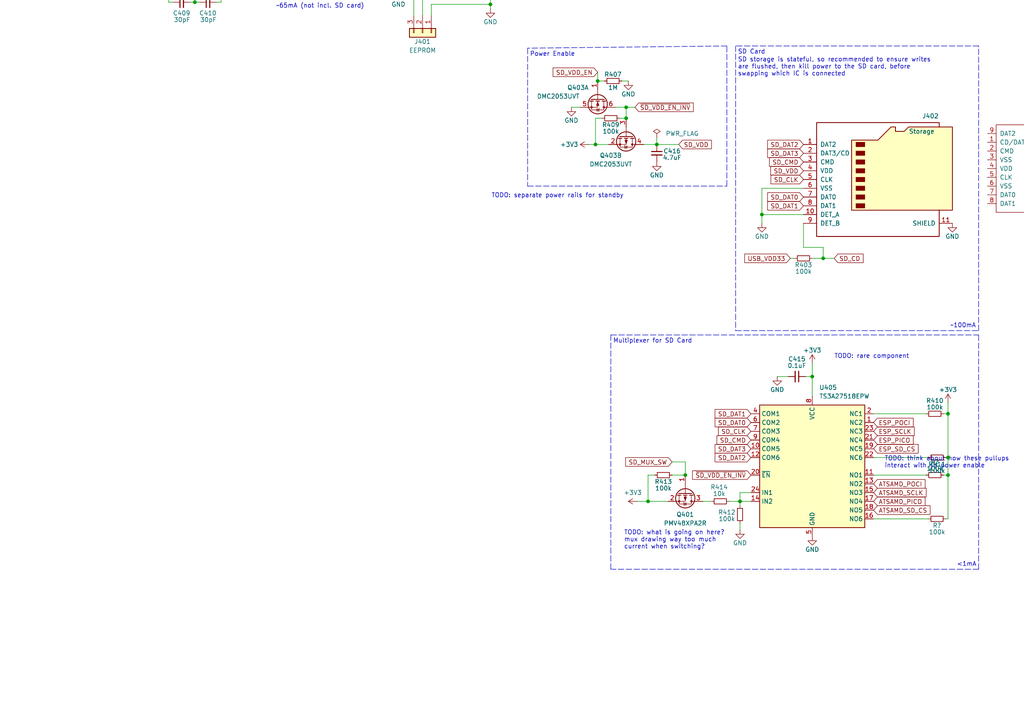
<source format=kicad_sch>
(kicad_sch (version 20211123) (generator eeschema)
  (paper "A4")
  (title_block (title "gay ipod storage + usb interface") (date "2022-09-04") (rev "1"))
  (lib_symbols
    (symbol "Analog_Switch:TS3A27518EPW"
      (property "Reference" "U" (at -13.97 19.05 0))
      (property "Value" "TS3A27518EPW" (at 8.89 19.05 0))
      (symbol "TS3A27518EPW_0_1"
        (rectangle (start 15.24 -17.78) (end -15.24 17.78) (stroke (width 0.254)) (fill (type background)))
      )
      (symbol "TS3A27518EPW_1_1"
        (pin bidirectional line (at 17.78 12.7 180) (length 2.54) (name "NC2") (number "1"))
        (pin bidirectional line (at -17.78 5.08 0) (length 2.54) (name "COM5") (number "10"))
        (pin bidirectional line (at 17.78 -2.54 180) (length 2.54) (name "NO1") (number "11"))
        (pin bidirectional line (at -17.78 2.54 0) (length 2.54) (name "COM6") (number "12"))
        (pin bidirectional line (at 17.78 -5.08 180) (length 2.54) (name "NO2") (number "13"))
        (pin input line (at -17.78 -10.16 0) (length 2.54) (name "IN2") (number "14"))
        (pin bidirectional line (at 17.78 -7.62 180) (length 2.54) (name "NO3") (number "15"))
        (pin bidirectional line (at 17.78 -15.24 180) (length 2.54) (name "NO6") (number "16"))
        (pin bidirectional line (at 17.78 -10.16 180) (length 2.54) (name "NO4") (number "17"))
        (pin bidirectional line (at 17.78 -12.7 180) (length 2.54) (name "NO5") (number "18"))
        (pin bidirectional line (at 17.78 5.08 180) (length 2.54) (name "NC5") (number "19"))
        (pin bidirectional line (at 17.78 15.24 180) (length 2.54) (name "NC1") (number "2"))
        (pin input line (at -17.78 -2.54 0) (length 2.54) (name "~{EN}") (number "20"))
        (pin bidirectional line (at 17.78 7.62 180) (length 2.54) (name "NC4") (number "21"))
        (pin bidirectional line (at 17.78 2.54 180) (length 2.54) (name "NC6") (number "22"))
        (pin bidirectional line (at 17.78 10.16 180) (length 2.54) (name "NC3") (number "23"))
        (pin input line (at -17.78 -7.62 0) (length 2.54) (name "IN1") (number "24"))
        (pin no_connect line (at -15.24 -15.24 0) (length 2.54) hide (name "N.C.") (number "3"))
        (pin bidirectional line (at -17.78 15.24 0) (length 2.54) (name "COM1") (number "4"))
        (pin power_in line (at 0 -20.32 90) (length 2.54) (name "GND") (number "5"))
        (pin bidirectional line (at -17.78 12.7 0) (length 2.54) (name "COM2") (number "6"))
        (pin bidirectional line (at -17.78 10.16 0) (length 2.54) (name "COM3") (number "7"))
        (pin power_in line (at 0 20.32 270) (length 2.54) (name "VCC") (number "8"))
        (pin bidirectional line (at -17.78 7.62 0) (length 2.54) (name "COM4") (number "9"))
      )
    )
    (symbol "Connector:Micro_SD_Card_Det_Hirose_DM3AT" (pin_names (offset 1.016))
      (property "Reference" "J" (at -16.51 17.78 0))
      (property "Value" "Micro_SD_Card_Det_Hirose_DM3AT" (at 16.51 17.78 0))
      (symbol "Micro_SD_Card_Det_Hirose_DM3AT_0_1"
        (rectangle (start -7.62 -6.985) (end -5.08 -8.255) (fill (type outline)))
        (rectangle (start -7.62 -4.445) (end -5.08 -5.715) (fill (type outline)))
        (rectangle (start -7.62 -1.905) (end -5.08 -3.175) (fill (type outline)))
        (rectangle (start -7.62 0.635) (end -5.08 -0.635) (fill (type outline)))
        (rectangle (start -7.62 3.175) (end -5.08 1.905) (fill (type outline)))
        (rectangle (start -7.62 5.715) (end -5.08 4.445) (fill (type outline)))
        (rectangle (start -7.62 8.255) (end -5.08 6.985) (fill (type outline)))
        (rectangle (start -7.62 10.795) (end -5.08 9.525) (fill (type outline)))
        (polyline (pts (xy 16.51 15.24) (xy 16.51 16.51) (xy -19.05 16.51) (xy -19.05 -16.51) (xy 16.51 -16.51) (xy 16.51 -8.89)) (stroke (width 0.254)))
        (polyline (pts (xy -8.89 -8.89) (xy -8.89 11.43) (xy -1.27 11.43) (xy 2.54 15.24) (xy 3.81 15.24) (xy 3.81 13.97) (xy 6.35 13.97) (xy 7.62 15.24) (xy 20.32 15.24) (xy 20.32 -8.89) (xy -8.89 -8.89)) (stroke (width 0.254)) (fill (type background)))
      )
      (symbol "Micro_SD_Card_Det_Hirose_DM3AT_1_1"
        (pin bidirectional line (at -22.86 10.16 0) (length 3.81) (name "DAT2") (number "1"))
        (pin passive line (at -22.86 -10.16 0) (length 3.81) (name "DET_A") (number "10"))
        (pin passive line (at 20.32 -12.7 180) (length 3.81) (name "SHIELD") (number "11"))
        (pin bidirectional line (at -22.86 7.62 0) (length 3.81) (name "DAT3/CD") (number "2"))
        (pin input line (at -22.86 5.08 0) (length 3.81) (name "CMD") (number "3"))
        (pin power_in line (at -22.86 2.54 0) (length 3.81) (name "VDD") (number "4"))
        (pin input line (at -22.86 0 0) (length 3.81) (name "CLK") (number "5"))
        (pin power_in line (at -22.86 -2.54 0) (length 3.81) (name "VSS") (number "6"))
        (pin bidirectional line (at -22.86 -5.08 0) (length 3.81) (name "DAT0") (number "7"))
        (pin bidirectional line (at -22.86 -7.62 0) (length 3.81) (name "DAT1") (number "8"))
        (pin passive line (at -22.86 -12.7 0) (length 3.81) (name "DET_B") (number "9"))
      )
    )
    (symbol "Connector:SD_Card" (pin_names (offset 1.016))
      (property "Reference" "J" (at -16.51 13.97 0))
      (property "Value" "SD_Card" (at 15.24 -13.97 0))
      (symbol "SD_Card_0_1"
        (rectangle (start -8.89 -9.525) (end -6.35 -10.795) (fill (type outline)))
        (rectangle (start -8.89 -6.985) (end -6.35 -8.255) (fill (type outline)))
        (rectangle (start -8.89 -4.445) (end -6.35 -5.715) (fill (type outline)))
        (rectangle (start -8.89 -1.905) (end -6.35 -3.175) (fill (type outline)))
        (rectangle (start -8.89 0.635) (end -6.35 -0.635) (fill (type outline)))
        (rectangle (start -8.89 3.175) (end -6.35 1.905) (fill (type outline)))
        (rectangle (start -8.89 5.715) (end -6.35 4.445) (fill (type outline)))
        (rectangle (start -8.89 8.255) (end -6.35 6.985) (fill (type outline)))
        (rectangle (start -7.62 10.795) (end -5.08 9.525) (fill (type outline)))
        (polyline (pts (xy -10.16 8.89) (xy -7.62 11.43) (xy 20.32 11.43) (xy 20.32 -11.43) (xy -10.16 -11.43) (xy -10.16 8.89)) (fill (type background)))
        (polyline (pts (xy 16.51 11.43) (xy 16.51 12.7) (xy -20.32 12.7) (xy -20.32 -12.7) (xy 16.51 -12.7) (xy 16.51 -11.43)))
      )
      (symbol "SD_Card_1_1"
        (pin input line (at -22.86 7.62 0) (length 2.54) (name "CD/DAT3") (number "1"))
        (pin input line (at 22.86 5.08 180) (length 2.54) (name "CARD_DETECT") (number "10"))
        (pin input line (at 22.86 2.54 180) (length 2.54) (name "WRITE_PROTECT") (number "11"))
        (pin input line (at 22.86 -2.54 180) (length 2.54) (name "SHELL1") (number "12"))
        (pin input line (at 22.86 -5.08 180) (length 2.54) (name "SHELL2") (number "13"))
        (pin input line (at -22.86 5.08 0) (length 2.54) (name "CMD") (number "2"))
        (pin power_in line (at -22.86 2.54 0) (length 2.54) (name "VSS") (number "3"))
        (pin power_in line (at -22.86 0 0) (length 2.54) (name "VDD") (number "4"))
        (pin input line (at -22.86 -2.54 0) (length 2.54) (name "CLK") (number "5"))
        (pin power_in line (at -22.86 -5.08 0) (length 2.54) (name "VSS") (number "6"))
        (pin input line (at -22.86 -7.62 0) (length 2.54) (name "DAT0") (number "7"))
        (pin input line (at -22.86 -10.16 0) (length 2.54) (name "DAT1") (number "8"))
        (pin input line (at -22.86 10.16 0) (length 2.54) (name "DAT2") (number "9"))
      )
    )
    (symbol "Connector_Generic:Conn_01x03" (pin_names (offset 1.016) hide)
      (property "Reference" "J" (at 0 5.08 0))
      (property "Value" "Conn_01x03" (at 0 -5.08 0))
      (symbol "Conn_01x03_1_1"
        (rectangle (start -1.27 -2.413) (end 0 -2.667) (stroke (width 0.1524)))
        (rectangle (start -1.27 0.127) (end 0 -0.127) (stroke (width 0.1524)))
        (rectangle (start -1.27 2.667) (end 0 2.413) (stroke (width 0.1524)))
        (rectangle (start -1.27 3.81) (end 1.27 -3.81) (stroke (width 0.254)) (fill (type background)))
        (pin passive line (at -5.08 2.54 0) (length 3.81) (name "Pin_1") (number "1"))
        (pin passive line (at -5.08 0 0) (length 3.81) (name "Pin_2") (number "2"))
        (pin passive line (at -5.08 -2.54 0) (length 3.81) (name "Pin_3") (number "3"))
      )
    )
    (symbol "Device:C_Small" (pin_numbers hide) (pin_names (offset 0.254) hide)
      (property "Reference" "C" (at 0.254 1.778 0))
      (property "Value" "C_Small" (at 0.254 -2.032 0))
      (symbol "C_Small_0_1"
        (polyline (pts (xy -1.524 -0.508) (xy 1.524 -0.508)) (stroke (width 0.3302)))
        (polyline (pts (xy -1.524 0.508) (xy 1.524 0.508)) (stroke (width 0.3048)))
      )
      (symbol "C_Small_1_1"
        (pin passive line (at 0 2.54 270) (length 2.032) (name "~") (number "1"))
        (pin passive line (at 0 -2.54 90) (length 2.032) (name "~") (number "2"))
      )
    )
    (symbol "Device:Crystal_GND24_Small" (pin_names (offset 1.016) hide)
      (property "Reference" "Y" (at 1.27 4.445 0))
      (property "Value" "Crystal_GND24_Small" (at 1.27 2.54 0))
      (symbol "Crystal_GND24_Small_0_1"
        (rectangle (start -0.762 -1.524) (end 0.762 1.524))
        (polyline (pts (xy -1.27 -0.762) (xy -1.27 0.762)) (stroke (width 0.381)))
        (polyline (pts (xy 1.27 -0.762) (xy 1.27 0.762)) (stroke (width 0.381)))
        (polyline (pts (xy -1.27 -1.27) (xy -1.27 -1.905) (xy 1.27 -1.905) (xy 1.27 -1.27)))
        (polyline (pts (xy -1.27 1.27) (xy -1.27 1.905) (xy 1.27 1.905) (xy 1.27 1.27)))
      )
      (symbol "Crystal_GND24_Small_1_1"
        (pin passive line (at -2.54 0 0) (length 1.27) (name "1") (number "1"))
        (pin passive line (at 0 -2.54 90) (length 0.635) (name "2") (number "2"))
        (pin passive line (at 2.54 0 180) (length 1.27) (name "3") (number "3"))
        (pin passive line (at 0 2.54 270) (length 0.635) (name "4") (number "4"))
      )
    )
    (symbol "Device:Q_PMOS_GSD" (pin_names (offset 0) hide)
      (property "Reference" "Q" (at 5.08 1.27 0))
      (property "Value" "Q_PMOS_GSD" (at 5.08 -1.27 0))
      (symbol "Q_PMOS_GSD_0_1"
        (polyline (pts (xy 0.254 0) (xy -2.54 0)))
        (polyline (pts (xy 0.254 1.905) (xy 0.254 -1.905)) (stroke (width 0.254)))
        (polyline (pts (xy 0.762 -1.27) (xy 0.762 -2.286)) (stroke (width 0.254)))
        (polyline (pts (xy 0.762 0.508) (xy 0.762 -0.508)) (stroke (width 0.254)))
        (polyline (pts (xy 0.762 2.286) (xy 0.762 1.27)) (stroke (width 0.254)))
        (polyline (pts (xy 2.54 2.54) (xy 2.54 1.778)))
        (polyline (pts (xy 2.54 -2.54) (xy 2.54 0) (xy 0.762 0)))
        (polyline (pts (xy 0.762 1.778) (xy 3.302 1.778) (xy 3.302 -1.778) (xy 0.762 -1.778)))
        (polyline (pts (xy 2.286 0) (xy 1.27 0.381) (xy 1.27 -0.381) (xy 2.286 0)) (fill (type outline)))
        (polyline (pts (xy 2.794 -0.508) (xy 2.921 -0.381) (xy 3.683 -0.381) (xy 3.81 -0.254)))
        (polyline (pts (xy 3.302 -0.381) (xy 2.921 0.254) (xy 3.683 0.254) (xy 3.302 -0.381)))
        (circle (center 1.651 0) (radius 2.794) (stroke (width 0.254)))
        (circle (center 2.54 -1.778) (radius 0.254) (fill (type outline)))
        (circle (center 2.54 1.778) (radius 0.254) (fill (type outline)))
      )
      (symbol "Q_PMOS_GSD_1_1"
        (pin input line (at -5.08 0 0) (length 2.54) (name "G") (number "1"))
        (pin passive line (at 2.54 -5.08 90) (length 2.54) (name "S") (number "2"))
        (pin passive line (at 2.54 5.08 270) (length 2.54) (name "D") (number "3"))
      )
    )
    (symbol "Device:R_Small" (pin_numbers hide) (pin_names (offset 0.254) hide)
      (property "Reference" "R" (at 0.762 0.508 0))
      (property "Value" "R_Small" (at 0.762 -1.016 0))
      (symbol "R_Small_0_1"
        (rectangle (start -0.762 1.778) (end 0.762 -1.778) (stroke (width 0.2032)))
      )
      (symbol "R_Small_1_1"
        (pin passive line (at 0 2.54 270) (length 0.762) (name "~") (number "1"))
        (pin passive line (at 0 -2.54 90) (length 0.762) (name "~") (number "2"))
      )
    )
    (symbol "Diode:BAT54W" (pin_names (offset 1.016) hide)
      (property "Reference" "D" (at 0 2.54 0))
      (property "Value" "BAT54W" (at 0 -2.54 0))
      (symbol "BAT54W_0_1"
        (polyline (pts (xy 1.27 0) (xy -1.27 0)))
        (polyline (pts (xy 1.27 1.27) (xy 1.27 -1.27) (xy -1.27 0) (xy 1.27 1.27)) (stroke (width 0.254)))
        (polyline (pts (xy -1.905 0.635) (xy -1.905 1.27) (xy -1.27 1.27) (xy -1.27 -1.27) (xy -0.635 -1.27) (xy -0.635 -0.635)) (stroke (width 0.254)))
      )
      (symbol "BAT54W_1_1"
        (pin passive line (at 3.81 0 180) (length 2.54) (name "A") (number "1"))
        (pin no_connect line (at 0 0 90) (length 2.54) hide (name "NC") (number "2"))
        (pin passive line (at -3.81 0 0) (length 2.54) (name "K") (number "3"))
      )
    )
    (symbol "Memory_EEPROM:24AA02-OT"
      (property "Reference" "U?" (at -8.89 1.2701 0))
      (property "Value" "24LC08BHT-I/OT " (at -8.89 -1.2699 0))
      (symbol "24AA02-OT_1_1"
        (rectangle (start -7.62 5.08) (end 7.62 -5.08) (stroke (width 0.254)) (fill (type background)))
        (pin input line (at 10.16 0 180) (length 2.54) (name "SCL") (number "1"))
        (pin power_in line (at 0 -7.62 90) (length 2.54) (name "GND") (number "2"))
        (pin bidirectional line (at 10.16 2.54 180) (length 2.54) (name "SDA") (number "3"))
        (pin power_in line (at 0 7.62 270) (length 2.54) (name "VCC") (number "4"))
        (pin input line (at 10.16 -3.81 180) (length 2.54) (name "WP") (number "5"))
      )
    )
    (symbol "Transistor_FET:DMC2053UVT" (pin_names hide)
      (property "Reference" "Q" (at 3.175 1.27 0))
      (property "Value" "DMC2053UVT" (at 3.175 -1.27 0))
      (symbol "DMC2053UVT_0_1"
        (circle (center -0.889 0) (radius 2.794) (stroke (width 0.254)))
        (circle (center 0 -1.778) (radius 0.254) (fill (type outline)))
        (polyline (pts (xy -2.286 0) (xy -5.08 0)))
        (polyline (pts (xy -2.286 1.905) (xy -2.286 -1.905)) (stroke (width 0.254)))
        (polyline (pts (xy -1.778 -1.27) (xy -1.778 -2.286)) (stroke (width 0.254)))
        (polyline (pts (xy -1.778 0.508) (xy -1.778 -0.508)) (stroke (width 0.254)))
        (polyline (pts (xy -1.778 2.286) (xy -1.778 1.27)) (stroke (width 0.254)))
        (polyline (pts (xy 0 2.54) (xy 0 1.778)))
        (polyline (pts (xy 0 -2.54) (xy 0 0) (xy -1.778 0)))
        (polyline (pts (xy -1.778 -1.778) (xy 0.762 -1.778) (xy 0.762 1.778) (xy -1.778 1.778)))
        (circle (center 0 1.778) (radius 0.254) (fill (type outline)))
      )
      (symbol "DMC2053UVT_1_1"
        (polyline (pts (xy -1.524 0) (xy -0.508 0.381) (xy -0.508 -0.381) (xy -1.524 0)) (fill (type outline)))
        (polyline (pts (xy 0.254 0.508) (xy 0.381 0.381) (xy 1.143 0.381) (xy 1.27 0.254)))
        (polyline (pts (xy 0.762 0.381) (xy 0.381 -0.254) (xy 1.143 -0.254) (xy 0.762 0.381)))
        (pin passive line (at -7.62 0 0) (length 2.54) (name "G") (number "1"))
        (pin passive line (at 0 -5.08 90) (length 2.54) (name "S") (number "5"))
        (pin passive line (at 0 5.08 270) (length 2.54) (name "D") (number "6"))
      )
      (symbol "DMC2053UVT_2_1"
        (polyline (pts (xy -0.254 0) (xy -1.27 0.381) (xy -1.27 -0.381) (xy -0.254 0)) (fill (type outline)))
        (polyline (pts (xy 0.254 -0.508) (xy 0.381 -0.381) (xy 1.143 -0.381) (xy 1.27 -0.254)))
        (polyline (pts (xy 0.762 -0.381) (xy 0.381 0.254) (xy 1.143 0.254) (xy 0.762 -0.381)))
        (pin passive line (at 0 -5.08 90) (length 2.54) (name "S") (number "2"))
        (pin passive line (at -7.62 0 0) (length 2.54) (name "G") (number "3"))
        (pin passive line (at 0 5.08 270) (length 2.54) (name "D") (number "4"))
      )
    )
    (symbol "power:+3V3" (power) (pin_names (offset 0))
      (property "Value" "+3V3" (at 0 3.556 0))
      (symbol "+3V3_0_1"
        (polyline (pts (xy -0.762 1.27) (xy 0 2.54)))
        (polyline (pts (xy 0 0) (xy 0 2.54)))
        (polyline (pts (xy 0 2.54) (xy 0.762 1.27)))
      )
      (symbol "+3V3_1_1"
        (pin power_in line (at 0 0 90) (length 0) hide (name "+3V3") (number "1"))
      )
    )
    (symbol "power:GND" (power) (pin_names (offset 0))
      (property "Value" "GND" (at 0 -3.81 0))
      (symbol "GND_0_1"
        (polyline (pts (xy 0 0) (xy 0 -1.27) (xy 1.27 -1.27) (xy 0 -2.54) (xy -1.27 -1.27) (xy 0 -1.27)))
      )
      (symbol "GND_1_1"
        (pin power_in line (at 0 0 270) (length 0) hide (name "GND") (number "1"))
      )
    )
    (symbol "power:PWR_FLAG" (power) (pin_numbers hide) (pin_names (offset 0) hide)
      (property "Value" "PWR_FLAG" (at 0 3.81 0))
      (symbol "PWR_FLAG_0_0"
        (pin power_out line (at 0 0 90) (length 0) (name "pwr") (number "1"))
      )
      (symbol "PWR_FLAG_0_1"
        (polyline (pts (xy 0 0) (xy 0 1.27) (xy -1.016 1.905) (xy 0 2.54) (xy 1.016 1.905) (xy 0 1.27)))
      )
    )
    (symbol "symbols:USB2244I-AEZG-06-TR" (pin_names (offset 1.016))
      (property "Reference" "U" (at 0 5.08 0))
      (property "Value" "USB2244I-AEZG-06-TR" (at 0 7.62 0))
      (symbol "USB2244I-AEZG-06-TR_1_1"
        (rectangle (start 5.08 2.54) (end 45.72 -76.2) (fill (type background)))
        (pin bidirectional line (at 2.54 -27.94 0) (length 2.54) (name "LED") (number "1"))
        (pin bidirectional line (at 48.26 -20.32 180) (length 2.54) (name "SD_D5") (number "10"))
        (pin bidirectional line (at 2.54 -38.1 0) (length 2.54) (name "SD_CMD") (number "11"))
        (pin passive line (at 2.54 -55.88 0) (length 2.54) (name "NC") (number "12"))
        (pin power_in line (at 2.54 0 0) (length 2.54) (name "VDD18") (number "13"))
        (pin power_in line (at 2.54 -7.62 0) (length 2.54) (name "VDD33") (number "14"))
        (pin passive line (at 2.54 -58.42 0) (length 2.54) (name "NC") (number "15"))
        (pin passive line (at 2.54 -60.96 0) (length 2.54) (name "NC") (number "16"))
        (pin passive line (at 2.54 -63.5 0) (length 2.54) (name "NC") (number "17"))
        (pin input line (at 2.54 -17.78 0) (length 2.54) (name "~{RESET}") (number "18"))
        (pin passive line (at 2.54 -66.04 0) (length 2.54) (name "NC") (number "19"))
        (pin bidirectional line (at 48.26 0 180) (length 2.54) (name "USB+") (number "2"))
        (pin bidirectional line (at 48.26 -17.78 180) (length 2.54) (name "SD_D4") (number "20"))
        (pin power_in line (at 48.26 -30.48 180) (length 2.54) (name "CRD_PWR") (number "21"))
        (pin power_in line (at 2.54 -10.16 0) (length 2.54) (name "VDD33") (number "22"))
        (pin bidirectional line (at 48.26 -15.24 180) (length 2.54) (name "SD_D3") (number "23"))
        (pin passive line (at 2.54 -68.58 0) (length 2.54) (name "NC") (number "24"))
        (pin bidirectional line (at 48.26 -12.7 180) (length 2.54) (name "SD_D2") (number "25"))
        (pin bidirectional line (at 2.54 -40.64 0) (length 2.54) (name "SD_~{CD}") (number "26"))
        (pin bidirectional line (at 48.26 -35.56 180) (length 2.54) (name "RXD/SDA") (number "27"))
        (pin input line (at 2.54 -22.86 0) (length 2.54) (name "TEST") (number "28"))
        (pin passive line (at 2.54 -71.12 0) (length 2.54) (name "NC") (number "29"))
        (pin bidirectional line (at 48.26 -2.54 180) (length 2.54) (name "USB-") (number "3"))
        (pin bidirectional line (at 2.54 -43.18 0) (length 2.54) (name "SD_WP") (number "30"))
        (pin output line (at 48.26 -38.1 180) (length 2.54) (name "TXD/SCK") (number "31"))
        (pin output line (at 2.54 -50.8 0) (length 2.54) (name "XTAL2") (number "32"))
        (pin input line (at 2.54 -48.26 0) (length 2.54) (name "XTAL1(CLKIN)") (number "33"))
        (pin power_in line (at 2.54 -2.54 0) (length 2.54) (name "VDD18PLL") (number "34"))
        (pin passive line (at 2.54 -30.48 0) (length 2.54) (name "RBIAS") (number "35"))
        (pin power_in line (at 2.54 -12.7 0) (length 2.54) (name "VDDA33") (number "36"))
        (pin power_in line (at 48.26 -73.66 180) (length 2.54) (name "Ground_Pad") (number "37"))
        (pin bidirectional line (at 48.26 -10.16 180) (length 2.54) (name "SD_D1") (number "4"))
        (pin bidirectional line (at 48.26 -7.62 180) (length 2.54) (name "SD_D0") (number "5"))
        (pin power_in line (at 2.54 -5.08 0) (length 2.54) (name "VDD33") (number "6"))
        (pin bidirectional line (at 48.26 -25.4 180) (length 2.54) (name "SD_D7") (number "7"))
        (pin bidirectional line (at 48.26 -22.86 180) (length 2.54) (name "SD_D6") (number "8"))
        (pin output line (at 2.54 -35.56 0) (length 2.54) (name "SD_CLK") (number "9"))
      )
    )
  )
  (junction (at 142.24 -33.655))
  (junction (at 122.555 -36.195))
  (junction (at 187.96 145.415))
  (junction (at 61.595 -53.975))
  (junction (at 69.215 -69.215))
  (junction (at 214.63 145.415))
  (junction (at 56.515 -8.89))
  (junction (at 120.015 -33.655))
  (junction (at 198.755 137.795))
  (junction (at 274.955 132.715))
  (junction (at 142.24 -5.08))
  (junction (at 61.595 -59.055))
  (junction (at 235.585 109.22))
  (junction (at 122.555 -15.875))
  (junction (at 64.135 -22.225))
  (junction (at 274.955 137.795))
  (junction (at 220.98 62.23))
  (junction (at 47.625 -69.215))
  (junction (at 181.61 34.29))
  (junction (at 56.515 -64.135))
  (junction (at 274.955 120.015))
  (junction (at 48.895 -14.605))
  (junction (at 190.5 41.91))
  (junction (at 142.24 1.27))
  (junction (at 56.515 -69.215))
  (junction (at 142.24 -29.845))
  (junction (at 48.895 -22.225))
  (junction (at 69.215 -66.675))
  (junction (at 172.72 41.91))
  (junction (at 173.355 23.495))
  (junction (at 142.24 -36.195))
  (junction (at 38.735 -69.215))
  (junction (at 61.595 -46.355))
  (junction (at 38.735 -64.135))
  (junction (at 57.15 -74.93))
  (junction (at 64.135 -14.605))
  (junction (at 181.61 31.115))
  (junction (at 56.515 0.635))
  (junction (at 47.625 -64.135))
  (junction (at 65.405 -69.215))
  (junction (at 120.015 -13.335))
  (junction (at 238.76 74.93))
  (no_connect (at 69.215 -10.795))
  (no_connect (at 69.215 -8.255))
  (no_connect (at 69.215 -5.715))
  (no_connect (at 69.215 -20.955))
  (no_connect (at 69.215 -18.415))
  (no_connect (at 69.215 -15.875))
  (no_connect (at 69.215 -13.335))
  (no_connect (at 69.215 -48.895))
  (no_connect (at 114.935 -59.055))
  (no_connect (at 114.935 -56.515))
  (no_connect (at 114.935 -53.975))
  (no_connect (at 114.935 -51.435))
  (wire (pts (xy 114.935 -3.175) (xy 115.57 -3.175)))
  (wire (pts (xy 120.015 -13.335) (xy 120.015 4.445)))
  (wire (pts (xy 64.135 0.635) (xy 64.135 -14.605)))
  (wire (pts (xy 64.135 -26.035) (xy 64.135 -22.225)))
  (wire (pts (xy 165.735 31.115) (xy 168.275 31.115)))
  (wire (pts (xy 69.215 -66.675) (xy 69.215 -64.135)))
  (wire (pts (xy 173.355 20.955) (xy 173.355 23.495)))
  (wire (pts (xy 229.235 74.93) (xy 230.505 74.93)))
  (wire (pts (xy 190.5 40.005) (xy 190.5 41.91)))
  (wire (pts (xy 274.955 120.015) (xy 274.955 116.84)))
  (wire (pts (xy 238.76 71.755) (xy 238.76 74.93)))
  (wire (pts (xy 174.625 34.29) (xy 172.72 34.29)))
  (wire (pts (xy 233.68 109.22) (xy 235.585 109.22)))
  (wire (pts (xy 65.405 -69.215) (xy 69.215 -69.215)))
  (wire (pts (xy 187.96 145.415) (xy 193.675 145.415)))
  (wire (pts (xy 225.425 109.22) (xy 228.6 109.22)))
  (wire (pts (xy 55.245 0.635) (xy 56.515 0.635)))
  (wire (pts (xy 122.555 -15.875) (xy 122.555 4.445)))
  (wire (pts (xy 170.815 41.91) (xy 172.72 41.91)))
  (wire (pts (xy 60.96 -59.055) (xy 61.595 -59.055)))
  (wire (pts (xy 178.435 31.115) (xy 181.61 31.115)))
  (wire (pts (xy 56.515 -18.415) (xy 53.34 -18.415)))
  (wire (pts (xy 116.84 -46.355) (xy 114.935 -46.355)))
  (wire (pts (xy 135.255 -33.655) (xy 142.24 -33.655)))
  (polyline (pts (xy 177.165 165.1) (xy 177.165 97.155)))
  (wire (pts (xy 194.945 133.985) (xy 198.755 133.985)))
  (wire (pts (xy 56.515 -64.135) (xy 47.625 -64.135)))
  (wire (pts (xy 274.955 132.715) (xy 274.955 120.015)))
  (wire (pts (xy 203.835 145.415) (xy 206.375 145.415)))
  (wire (pts (xy 135.255 -36.195) (xy 142.24 -36.195)))
  (wire (pts (xy 142.24 -29.845) (xy 142.24 -20.955)))
  (wire (pts (xy 274.32 132.715) (xy 274.955 132.715)))
  (wire (pts (xy 235.585 105.41) (xy 235.585 109.22)))
  (wire (pts (xy 67.945 -33.655) (xy 67.945 -33.02)))
  (wire (pts (xy 233.045 71.755) (xy 238.76 71.755)))
  (wire (pts (xy 132.08 -15.875) (xy 122.555 -15.875)))
  (wire (pts (xy 56.515 -18.415) (xy 56.515 -17.145)))
  (wire (pts (xy 220.98 62.23) (xy 220.98 64.77)))
  (wire (pts (xy 61.595 -53.975) (xy 69.215 -53.975)))
  (wire (pts (xy 61.595 -46.355) (xy 62.865 -46.355)))
  (wire (pts (xy 125.095 1.27) (xy 142.24 1.27)))
  (wire (pts (xy 273.685 120.015) (xy 274.955 120.015)))
  (wire (pts (xy 61.595 -59.055) (xy 69.215 -59.055)))
  (wire (pts (xy 274.32 150.495) (xy 274.955 150.495)))
  (wire (pts (xy 175.26 23.495) (xy 173.355 23.495)))
  (wire (pts (xy 142.24 -33.655) (xy 142.24 -29.845)))
  (wire (pts (xy 132.08 -9.525) (xy 132.08 -5.08)))
  (wire (pts (xy 67.945 -80.01) (xy 65.405 -80.01)))
  (polyline (pts (xy 210.82 13.335) (xy 153.035 13.97)))
  (wire (pts (xy 64.135 -22.225) (xy 64.135 -14.605)))
  (wire (pts (xy 172.72 41.91) (xy 176.53 41.91)))
  (wire (pts (xy 48.895 0.635) (xy 48.895 -14.605)))
  (wire (pts (xy 198.755 133.985) (xy 198.755 137.795)))
  (wire (pts (xy 181.61 31.115) (xy 184.15 31.115)))
  (wire (pts (xy 142.24 -29.845) (xy 146.685 -29.845)))
  (wire (pts (xy 53.975 -22.225) (xy 48.895 -22.225)))
  (wire (pts (xy 120.015 -33.655) (xy 130.175 -33.655)))
  (wire (pts (xy 233.045 64.77) (xy 233.045 71.755)))
  (wire (pts (xy 122.555 -36.195) (xy 122.555 -41.275)))
  (wire (pts (xy 69.215 -81.915) (xy 69.215 -76.835)))
  (wire (pts (xy 69.215 -28.575) (xy 48.895 -28.575)))
  (wire (pts (xy 179.705 34.29) (xy 181.61 34.29)))
  (wire (pts (xy 115.57 -3.175) (xy 115.57 -2.54)))
  (wire (pts (xy 67.945 -46.355) (xy 69.215 -46.355)))
  (wire (pts (xy 187.96 137.795) (xy 189.865 137.795)))
  (wire (pts (xy 194.945 137.795) (xy 198.755 137.795)))
  (wire (pts (xy 233.045 54.61) (xy 220.98 54.61)))
  (wire (pts (xy 122.555 -15.875) (xy 122.555 -36.195)))
  (wire (pts (xy 190.5 41.91) (xy 196.85 41.91)))
  (wire (pts (xy 56.515 0.635) (xy 57.785 0.635)))
  (wire (pts (xy 273.685 137.795) (xy 274.955 137.795)))
  (wire (pts (xy 122.555 -41.275) (xy 114.935 -41.275)))
  (wire (pts (xy 65.405 -64.135) (xy 56.515 -64.135)))
  (wire (pts (xy 187.96 145.415) (xy 187.96 137.795)))
  (wire (pts (xy 59.055 -14.605) (xy 64.135 -14.605)))
  (wire (pts (xy 181.61 31.115) (xy 181.61 34.29)))
  (wire (pts (xy 47.625 -69.215) (xy 56.515 -69.215)))
  (polyline (pts (xy 213.36 13.335) (xy 213.36 95.885)))
  (wire (pts (xy 214.63 145.415) (xy 217.805 145.415)))
  (polyline (pts (xy 283.845 97.155) (xy 283.845 165.1)))
  (wire (pts (xy 125.095 4.445) (xy 125.095 1.27)))
  (wire (pts (xy 62.865 0.635) (xy 64.135 0.635)))
  (wire (pts (xy 59.055 -8.89) (xy 56.515 -8.89)))
  (wire (pts (xy 59.055 -8.255) (xy 59.055 -8.89)))
  (wire (pts (xy 120.015 -13.335) (xy 132.08 -13.335)))
  (wire (pts (xy 214.63 151.765) (xy 214.63 153.67)))
  (wire (pts (xy 214.63 142.875) (xy 217.805 142.875)))
  (wire (pts (xy 184.785 145.415) (xy 187.96 145.415)))
  (wire (pts (xy 235.585 109.22) (xy 235.585 114.935)))
  (wire (pts (xy 36.195 -69.215) (xy 38.735 -69.215)))
  (polyline (pts (xy 153.035 13.97) (xy 153.035 53.975)))
  (wire (pts (xy 274.955 150.495) (xy 274.955 137.795)))
  (wire (pts (xy 220.98 62.23) (xy 233.045 62.23)))
  (wire (pts (xy 67.945 -74.295) (xy 67.945 -80.01)))
  (wire (pts (xy 53.34 -8.89) (xy 56.515 -8.89)))
  (wire (pts (xy 56.515 -8.89) (xy 56.515 0.635)))
  (wire (pts (xy 120.015 -38.735) (xy 120.015 -33.655)))
  (polyline (pts (xy 153.035 53.975) (xy 210.82 53.975)))
  (wire (pts (xy 126.365 -46.355) (xy 124.46 -46.355)))
  (wire (pts (xy 38.735 -64.135) (xy 38.735 -62.23)))
  (wire (pts (xy 142.24 1.27) (xy 142.24 -5.08)))
  (wire (pts (xy 59.055 -22.225) (xy 64.135 -22.225)))
  (wire (pts (xy 274.955 132.715) (xy 274.955 137.795)))
  (wire (pts (xy 69.215 -69.215) (xy 69.215 -66.675)))
  (wire (pts (xy 48.895 -14.605) (xy 53.975 -14.605)))
  (wire (pts (xy 268.605 137.795) (xy 253.365 137.795)))
  (wire (pts (xy 69.215 -81.915) (xy 57.15 -81.915)))
  (wire (pts (xy 55.245 -59.055) (xy 55.88 -59.055)))
  (polyline (pts (xy 210.82 53.975) (xy 210.82 13.335)))
  (wire (pts (xy 182.245 23.495) (xy 180.34 23.495)))
  (wire (pts (xy 122.555 -36.195) (xy 130.175 -36.195)))
  (wire (pts (xy 186.69 41.91) (xy 190.5 41.91)))
  (wire (pts (xy 48.895 -22.225) (xy 48.895 -14.605)))
  (polyline (pts (xy 283.845 13.335) (xy 213.36 13.335)))
  (wire (pts (xy 172.72 34.29) (xy 172.72 41.91)))
  (wire (pts (xy 69.215 -74.295) (xy 67.945 -74.295)))
  (wire (pts (xy 50.165 0.635) (xy 48.895 0.635)))
  (wire (pts (xy 220.98 54.61) (xy 220.98 62.23)))
  (wire (pts (xy 61.595 -53.975) (xy 61.595 -46.355)))
  (wire (pts (xy 211.455 145.415) (xy 214.63 145.415)))
  (wire (pts (xy 48.895 -28.575) (xy 48.895 -22.225)))
  (wire (pts (xy 69.215 -33.655) (xy 67.945 -33.655)))
  (wire (pts (xy 120.015 -33.655) (xy 120.015 -13.335)))
  (wire (pts (xy 53.34 -18.415) (xy 53.34 -8.89)))
  (wire (pts (xy 65.405 -74.93) (xy 57.15 -74.93)))
  (wire (pts (xy 69.215 -71.755) (xy 69.215 -69.215)))
  (wire (pts (xy 268.605 120.015) (xy 253.365 120.015)))
  (wire (pts (xy 57.15 -81.915) (xy 57.15 -80.01)))
  (polyline (pts (xy 213.36 95.885) (xy 283.845 95.885)))
  (polyline (pts (xy 283.845 95.885) (xy 283.845 13.335)))
  (wire (pts (xy 38.735 -69.215) (xy 47.625 -69.215)))
  (wire (pts (xy 214.63 142.875) (xy 214.63 145.415)))
  (polyline (pts (xy 283.845 165.1) (xy 177.165 165.1)))
  (wire (pts (xy 132.08 -5.08) (xy 142.24 -5.08)))
  (wire (pts (xy 269.24 132.715) (xy 253.365 132.715)))
  (polyline (pts (xy 177.165 97.155) (xy 283.845 97.155)))
  (wire (pts (xy 269.24 150.495) (xy 253.365 150.495)))
  (wire (pts (xy 56.515 -12.065) (xy 56.515 -8.89)))
  (wire (pts (xy 238.76 74.93) (xy 241.935 74.93)))
  (wire (pts (xy 142.24 -36.195) (xy 142.24 -33.655)))
  (wire (pts (xy 69.215 -26.035) (xy 64.135 -26.035)))
  (wire (pts (xy 114.935 -38.735) (xy 120.015 -38.735)))
  (wire (pts (xy 56.515 -69.215) (xy 65.405 -69.215)))
  (wire (pts (xy 235.585 74.93) (xy 238.76 74.93)))
  (wire (pts (xy 47.625 -64.135) (xy 38.735 -64.135)))
  (wire (pts (xy 142.24 -36.195) (xy 144.145 -36.195)))
  (wire (pts (xy 214.63 145.415) (xy 214.63 146.685)))
  (wire (pts (xy 142.24 -5.08) (xy 142.24 -5.715)))
  (wire (pts (xy 142.24 2.54) (xy 142.24 1.27)))
  (text "<1mA" (at 277.495 164.465 0) (effects (font (size 1.27 1.27)) (justify left bottom)))
  (text "TODO: separate power rails for standby" (at 142.489 57.534 0) (effects (font (size 1.27 1.27)) (justify left bottom)))
  (text "TODO: think about how these pullups\ninteract with sd power enable" (at 256.54 135.89 0) (effects (font (size 1.27 1.27)) (justify left bottom)))
  (text "~100mA" (at 275.59 95.25 0) (effects (font (size 1.27 1.27)) (justify left bottom)))
  (text "termination resistors included in ic" (at 116.205 -78.74 0) (effects (font (size 1.27 1.27)) (justify left bottom)))
  (text "~65mA (not incl. SD card)" (at 80.01 2.54 0) (effects (font (size 1.27 1.27)) (justify left bottom)))
  (text "Multiplexer for SD Card" (at 177.8 99.695 0) (effects (font (size 1.27 1.27)) (justify left bottom)))
  (text "TODO: rare component" (at 241.935 104.14 0) (effects (font (size 1.27 1.27)) (justify left bottom)))
  (text "SD storage is stateful, so recommended to ensure writes\nare flushed, then kill power to the SD card, before\nswapping which IC is connected" (at 213.995 22.225 0) (effects (font (size 1.27 1.27)) (justify left bottom)))
  (text "SD Card" (at 213.995 15.875 0) (effects (font (size 1.27 1.27)) (justify left bottom)))
  (text "TODO: what is going on here?\nmux drawing way too much\ncurrent when switching?" (at 180.975 159.385 0) (effects (font (size 1.27 1.27)) (justify left bottom)))
  (text "Power Enable" (at 153.67 16.51 0) (effects (font (size 1.27 1.27)) (justify left bottom)))
  (global_label "SD_DAT0" (shape input) (at 217.805 122.555 180) (property "Intersheet References" "${INTERSHEET_REFS}" (effects hide)))
  (global_label "ESP_POCI" (shape input) (at 253.365 122.555 0) (property "Intersheet References" "${INTERSHEET_REFS}" (effects hide)))
  (global_label "ATSAMD_POCI" (shape input) (at 253.365 140.335 0) (property "Intersheet References" "${INTERSHEET_REFS}" (effects hide)))
  (global_label "USB_SD_CLK" (shape input) (at 69.215 -41.275 180) (property "Intersheet References" "${INTERSHEET_REFS}" (effects hide)))
  (global_label "USB_DP" (shape input) (at 114.935 -76.835 0) (property "Intersheet References" "${INTERSHEET_REFS}" (effects hide)))
  (global_label "ATSAMD_SD_CS" (shape input) (at 253.365 147.955 0) (property "Intersheet References" "${INTERSHEET_REFS}" (effects hide)))
  (global_label "ESP_SD_CS" (shape input) (at 253.365 130.175 0) (property "Intersheet References" "${INTERSHEET_REFS}" (effects hide)))
  (global_label "SD_VDD" (shape input) (at 196.85 41.91 0) (property "Intersheet References" "${INTERSHEET_REFS}" (effects hide)))
  (global_label "SD_CMD" (shape input) (at 217.805 127.635 180) (property "Intersheet References" "${INTERSHEET_REFS}" (effects hide)))
  (global_label "USB_SD_DAT0" (shape input) (at 114.935 -69.215 0) (property "Intersheet References" "${INTERSHEET_REFS}" (effects hide)))
  (global_label "SD_DAT2" (shape input) (at 233.045 41.91 180) (property "Intersheet References" "${INTERSHEET_REFS}" (effects hide)))
  (global_label "ATSAMD_PICO" (shape input) (at 253.365 145.415 0) (property "Intersheet References" "${INTERSHEET_REFS}" (effects hide)))
  (global_label "SD_DAT3" (shape input) (at 233.045 44.45 180) (property "Intersheet References" "${INTERSHEET_REFS}" (effects hide)))
  (global_label "SD_VDD" (shape input) (at 233.045 49.53 180) (property "Intersheet References" "${INTERSHEET_REFS}" (effects hide)))
  (global_label "SD_DAT0" (shape input) (at 233.045 57.15 180) (property "Intersheet References" "${INTERSHEET_REFS}" (effects hide)))
  (global_label "USB_SD_DAT1" (shape input) (at 114.935 -66.675 0) (property "Intersheet References" "${INTERSHEET_REFS}" (effects hide)))
  (global_label "USB_DN" (shape input) (at 114.935 -74.295 0) (property "Intersheet References" "${INTERSHEET_REFS}" (effects hide)))
  (global_label "ATSAMD_SCLK" (shape input) (at 253.365 142.875 0) (property "Intersheet References" "${INTERSHEET_REFS}" (effects hide)))
  (global_label "SD_DAT3" (shape input) (at 217.805 130.175 180) (property "Intersheet References" "${INTERSHEET_REFS}" (effects hide)))
  (global_label "USB_SD_DAT2" (shape input) (at 114.935 -64.135 0) (property "Intersheet References" "${INTERSHEET_REFS}" (effects hide)))
  (global_label "SD_DAT2" (shape input) (at 217.805 132.715 180) (property "Intersheet References" "${INTERSHEET_REFS}" (effects hide)))
  (global_label "SD_VDD_EN" (shape input) (at 173.355 20.955 180) (property "Intersheet References" "${INTERSHEET_REFS}" (effects hide)))
  (global_label "USB_VDD33" (shape input) (at 36.195 -69.215 180) (property "Intersheet References" "${INTERSHEET_REFS}" (effects hide)))
  (global_label "SD_DAT1" (shape input) (at 233.045 59.69 180) (property "Intersheet References" "${INTERSHEET_REFS}" (effects hide)))
  (global_label "USB_SD_CMD" (shape input) (at 69.215 -38.735 180) (property "Intersheet References" "${INTERSHEET_REFS}" (effects hide)))
  (global_label "SD_VDD_EN" (shape input) (at 126.365 -46.355 0) (property "Intersheet References" "${INTERSHEET_REFS}" (effects hide)))
  (global_label "SD_CD" (shape input) (at 69.215 -36.195 180) (property "Intersheet References" "${INTERSHEET_REFS}" (effects hide)))
  (global_label "ESP_PICO" (shape input) (at 253.365 127.635 0) (property "Intersheet References" "${INTERSHEET_REFS}" (effects hide)))
  (global_label "SD_CMD" (shape input) (at 233.045 46.99 180) (property "Intersheet References" "${INTERSHEET_REFS}" (effects hide)))
  (global_label "SD_CLK" (shape input) (at 217.805 125.095 180) (property "Intersheet References" "${INTERSHEET_REFS}" (effects hide)))
  (global_label "SD_MUX_SW" (shape input) (at 194.945 133.985 180) (property "Intersheet References" "${INTERSHEET_REFS}" (effects hide)))
  (global_label "USB_VDD33" (shape input) (at 229.235 74.93 180) (property "Intersheet References" "${INTERSHEET_REFS}" (effects hide)))
  (global_label "SD_CLK" (shape input) (at 233.045 52.07 180) (property "Intersheet References" "${INTERSHEET_REFS}" (effects hide)))
  (global_label "SD_CD" (shape input) (at 241.935 74.93 0) (property "Intersheet References" "${INTERSHEET_REFS}" (effects hide)))
  (global_label "~{SD_VDD_EN_INV}" (shape input) (at 217.805 137.795 180) (property "Intersheet References" "${INTERSHEET_REFS}" (effects hide)))
  (global_label "USB_SD_DAT3" (shape input) (at 114.935 -61.595 0) (property "Intersheet References" "${INTERSHEET_REFS}" (effects hide)))
  (global_label "USB_VDD33" (shape input) (at 144.145 -36.195 0) (property "Intersheet References" "${INTERSHEET_REFS}" (effects hide)))
  (global_label "USB_VDD33" (shape input) (at 55.245 -59.055 180) (property "Intersheet References" "${INTERSHEET_REFS}" (effects hide)))
  (global_label "ESP_SCLK" (shape input) (at 253.365 125.095 0) (property "Intersheet References" "${INTERSHEET_REFS}" (effects hide)))
  (global_label "SD_DAT1" (shape input) (at 217.805 120.015 180) (property "Intersheet References" "${INTERSHEET_REFS}" (effects hide)))
  (global_label "~{SD_VDD_EN_INV}" (shape input) (at 184.15 31.115 0) (property "Intersheet References" "${INTERSHEET_REFS}" (effects hide)))
  (symbol (lib_id "Device:C_Small") (at 65.405 -66.675 0) (unit 1)
    (property "Reference" "C406" (at 61.2775 -67.6275 0))
    (property "Value" "0.1uF" (at 61.2775 -65.7225 0))
    (property "Footprint" "Capacitor_SMD:C_0603_1608Metric" (effects hide))
    (property "PN" "EMK107BJ104KAHT" (effects hide))
  )
  (symbol (lib_id "power:GND") (at 190.5 46.99 0) (unit 1)
    (property "Reference" "#PWR0423" (effects hide))
    (property "Value" "GND" (at 190.5 50.8 0))
  )
  (symbol (lib_id "power:GND") (at 182.245 23.495 0) (unit 1)
    (property "Reference" "#PWR0401" (effects hide))
    (property "Value" "GND" (at 182.245 27.305 0))
  )
  (symbol (lib_id "power:GND") (at 146.685 -24.765 0) (mirror y) (unit 1)
    (property "Reference" "#PWR0406" (effects hide))
    (property "Value" "GND" (at 146.685 -20.955 0))
  )
  (symbol (lib_id "Device:R_Small") (at 208.915 145.415 270) (mirror x) (unit 1)
    (property "Reference" "R414" (at 208.5975 141.2875 90))
    (property "Value" "10k" (at 208.5975 143.1925 90))
    (property "Footprint" "Resistor_SMD:R_0603_1608Metric" (effects hide))
    (property "PN" "AC0603JR-0710KL" (effects hide))
  )
  (symbol (lib_id "Analog_Switch:TS3A27518EPW") (at 235.585 135.255 0) (unit 1)
    (property "Reference" "U405" (at 237.6044 112.395 0) (effects (justify left)))
    (property "Value" "TS3A27518EPW" (at 237.6044 114.935 0) (effects (justify left)))
    (property "Footprint" "Package_SO:TSSOP-24_4.4x7.8mm_P0.65mm" (effects hide))
    (property "Datasheet" "http://www.ti.com/lit/ds/symlink/ts3a27518e.pdf" (effects hide))
    (property "PN" "TS3A27518EPW" (effects hide))
  )
  (symbol (lib_id "Device:C_Small") (at 190.5 44.45 0) (unit 1)
    (property "Reference" "C416" (at 194.945 43.815 0))
    (property "Value" "4.7uF" (at 194.945 45.72 0))
    (property "Footprint" "Capacitor_SMD:C_0805_2012Metric" (effects hide))
    (property "PN" "EMK212BJ475KD-T" (effects hide))
  )
  (symbol (lib_id "Transistor_FET:DMC2053UVT") (at 173.355 31.115 270) (unit 1)
    (property "Reference" "Q403" (at 167.64 25.4 90))
    (property "Value" "DMC2053UVT" (at 161.925 27.94 90))
    (property "Footprint" "Package_TO_SOT_SMD:TSOT-23-6" (effects hide))
    (property "PN" "DMC2053UVT" (effects hide))
  )
  (symbol (lib_id "power:GND") (at 57.15 -74.93 0) (unit 1)
    (property "Reference" "#PWR0402" (effects hide))
    (property "Value" "GND" (at 57.15 -71.12 0))
  )
  (symbol (lib_id "Device:C_Small") (at 231.14 109.22 270) (unit 1)
    (property "Reference" "C415" (at 231.14 104.14 90))
    (property "Value" "0.1uF" (at 231.14 106.045 90))
    (property "Footprint" "Capacitor_SMD:C_0805_2012Metric" (effects hide))
    (property "PN" "0805YD104KAT2A" (effects hide))
  )
  (symbol (lib_id "power:GND") (at 59.055 -8.255 0) (unit 1)
    (property "Reference" "#PWR0408" (effects hide))
    (property "Value" "GND" (at 59.055 -4.445 0))
  )
  (symbol (lib_id "power:GND") (at 165.735 31.115 0) (unit 1)
    (property "Reference" "#PWR0407" (effects hide))
    (property "Value" "GND" (at 165.735 34.925 0))
  )
  (symbol (lib_id "Transistor_FET:DMC2053UVT") (at 181.61 41.91 270) (unit 2)
    (property "Reference" "Q403" (at 177.165 45.085 90))
    (property "Value" "DMC2053UVT" (at 177.165 47.625 90))
    (property "Footprint" "Package_TO_SOT_SMD:TSOT-23-6" (effects hide))
    (property "PN" "DMC2053UVT" (effects hide))
  )
  (symbol (lib_id "power:GND") (at 214.63 153.67 0) (unit 1)
    (property "Reference" "#PWR0426" (effects hide))
    (property "Value" "GND" (at 214.63 157.48 0))
  )
  (symbol (lib_id "Device:C_Small") (at 38.735 -66.675 0) (mirror y) (unit 1)
    (property "Reference" "C403" (at 34.29 -66.675 0))
    (property "Value" "2.2uF" (at 34.29 -64.77 0))
    (property "Footprint" "Capacitor_SMD:C_0805_2012Metric" (effects hide))
    (property "PN" "EMK212BJ225KGHT" (effects hide))
  )
  (symbol (lib_id "symbols:USB2244I-AEZG-06-TR") (at 66.675 -76.835 0) (unit 1)
    (property "Reference" "U401" (at 92.075 -84.455 0))
    (property "Value" "USB2244I-AEZG-06-TR" (at 92.075 -81.915 0))
    (property "Footprint" "Package_DFN_QFN:QFN-36-1EP_6x6mm_P0.5mm_EP3.7x3.7mm_ThermalVias" (effects hide))
    (property "Datasheet" "http://ww1.microchip.com/downloads/en/DeviceDoc/00001979A.pdf" (effects hide))
    (property "PN" "USB2244I-AEZG-06-TR" (effects hide))
    (property "ambient temperature range high" "+85°C" (effects hide))
    (property "ambient temperature range low" "-40°C" (effects hide))
    (property "automotive" "No" (effects hide))
    (property "category" "IC" (effects hide))
    (property "data rate" "35Mbits/s" (effects hide))
    (property "device class L1" "Integrated Circuits (ICs)" (effects hide))
    (property "device class L2" "Interface ICs" (effects hide))
    (property "device class L3" "USB Interface ICs" (effects hide))
    (property "digikey description" "IC USB FLASH MEDIA CTRLR 36QFN" (effects hide))
    (property "digikey part number" "USB2244I-AEZG-06-CT-ND" (effects hide))
    (property "height" "0.9mm" (effects hide))
    (property "interface" "SPI,UART,USB" (effects hide))
    (property "ipc land pattern name" "QFN50P600X600X85-36" (effects hide))
    (property "lead free" "Yes" (effects hide))
    (property "library id" "fe3a9a0d2a70fba9" (effects hide))
    (property "manufacturer" "Microchip" (effects hide))
    (property "max supply voltage" "3.6V" (effects hide))
    (property "min supply voltage" "3V" (effects hide))
    (property "mouser description" "USB Interface IC USB 2.0 SD/MMC Flash Media Contrl" (effects hide))
    (property "mouser part number" "579-USB2244IAEZG06TR" (effects hide))
    (property "nominal supply current" "80-135mA" (effects hide))
    (property "package" "QFN36" (effects hide))
    (property "rohs" "Yes" (effects hide))
    (property "standoff height" "0mm" (effects hide))
    (property "temperature range high" "+85°C" (effects hide))
    (property "temperature range low" "-40°C" (effects hide))
    (property "usb standard" "USB 2.0" (effects hide))
  )
  (symbol (lib_id "Device:C_Small") (at 65.405 -77.47 0) (unit 1)
    (property "Reference" "C402" (at 61.2775 -78.4225 0))
    (property "Value" "1uF" (at 61.2775 -76.5175 0))
    (property "Footprint" "Capacitor_SMD:C_0603_1608Metric" (effects hide))
    (property "PN" "EMK107BJ105MAHT" (effects hide))
  )
  (symbol (lib_id "power:GND") (at 225.425 109.22 0) (unit 1)
    (property "Reference" "#PWR0418" (effects hide))
    (property "Value" "GND" (at 225.425 113.03 0))
  )
  (symbol (lib_id "Device:C_Small") (at 61.595 -56.515 0) (unit 1)
    (property "Reference" "C407" (at 65.405 -57.785 0))
    (property "Value" "1uF" (at 65.405 -55.88 0))
    (property "Footprint" "Capacitor_SMD:C_0603_1608Metric" (effects hide))
    (property "PN" "EMK107BJ105MAHT" (effects hide))
  )
  (symbol (lib_id "Device:R_Small") (at 271.145 120.015 90) (unit 1)
    (property "Reference" "R410" (at 271.145 116.205 90))
    (property "Value" "100k" (at 271.145 118.11 90))
    (property "Footprint" "Resistor_SMD:R_0603_1608Metric" (effects hide))
    (property "PN" "RC0603JR-10100KL" (effects hide))
  )
  (symbol (lib_id "power:GND") (at 142.24 2.54 0) (unit 1)
    (property "Reference" "#PWR0410" (effects hide))
    (property "Value" "GND" (at 142.24 6.35 0))
  )
  (symbol (lib_id "Device:R_Small") (at 192.405 137.795 90) (unit 1)
    (property "Reference" "R413" (at 192.405 139.7 90))
    (property "Value" "100k" (at 192.405 141.605 90))
    (property "Footprint" "Resistor_SMD:R_0603_1608Metric" (effects hide))
    (property "PN" "RC0603JR-10100KL" (effects hide))
  )
  (symbol (lib_id "Device:C_Small") (at 47.625 -66.675 0) (unit 1)
    (property "Reference" "C404" (at 43.4975 -67.6275 0))
    (property "Value" "0.1uF" (at 43.4975 -65.7225 0))
    (property "Footprint" "Capacitor_SMD:C_0603_1608Metric" (effects hide))
    (property "PN" "EMK107BJ104KAHT" (effects hide))
  )
  (symbol (lib_id "Device:R_Small") (at 132.715 -36.195 270) (mirror x) (unit 1)
    (property "Reference" "R404" (at 132.3975 -40.3225 90))
    (property "Value" "10k" (at 132.3975 -38.4175 90))
    (property "Footprint" "Resistor_SMD:R_0603_1608Metric" (effects hide))
    (property "PN" "AC0603JR-0710KL" (effects hide))
  )
  (symbol (lib_id "Device:R_Small") (at 271.145 137.795 90) (unit 1)
    (property "Reference" "R?" (at 271.145 133.985 90))
    (property "Value" "100k" (at 271.145 135.89 90))
    (property "Footprint" "Resistor_SMD:R_0603_1608Metric" (effects hide))
    (property "PN" "RC0603JR-10100KL" (effects hide))
  )
  (symbol (lib_id "power:+3V3") (at 274.955 116.84 0) (unit 1)
    (property "Reference" "#PWR0411" (effects hide))
    (property "Value" "+3V3" (at 274.955 113.03 0))
  )
  (symbol (lib_id "Device:R_Small") (at 233.045 74.93 90) (unit 1)
    (property "Reference" "R403" (at 233.045 76.835 90))
    (property "Value" "100k" (at 233.045 78.74 90))
    (property "Footprint" "Resistor_SMD:R_0603_1608Metric" (effects hide))
    (property "PN" "RC0603JR-10100KL" (effects hide))
  )
  (symbol (lib_id "Device:Q_PMOS_GSD") (at 198.755 142.875 270) (unit 1)
    (property "Reference" "Q401" (at 198.755 149.225 90))
    (property "Value" "PMV48XPA2R" (at 198.755 151.765 90))
    (property "Footprint" "Package_TO_SOT_SMD:SOT-23" (effects hide))
    (property "PN" "PMV48XPA2R" (effects hide))
  )
  (symbol (lib_id "power:GND") (at 276.225 64.77 0) (unit 1)
    (property "Reference" "#PWR0119" (effects hide))
    (property "Value" "GND" (at 276.225 68.58 0))
  )
  (symbol (lib_id "Connector_Generic:Conn_01x03") (at 122.555 9.525 270) (unit 1) (in_bom no)
    (property "Reference" "J401" (at 122.555 12.065 90))
    (property "Value" "EEPROM" (at 122.555 14.605 90))
    (property "Footprint" "footprints:eeprom_flash" (effects hide))
  )
  (symbol (lib_id "Diode:BAT54W") (at 120.65 -46.355 180) (unit 1)
    (property "Reference" "D401" (at 120.65 -48.895 0))
    (property "Value" "BAT54W" (at 120.65 -43.815 0))
    (property "Footprint" "Package_TO_SOT_SMD:SOT-323_SC-70" (effects hide))
    (property "Datasheet" "https://assets.nexperia.com/documents/data-sheet/BAT54W_SER.pdf" (effects hide))
    (property "PN" "BAT54W" (effects hide))
  )
  (symbol (lib_id "power:+3V3") (at 184.785 145.415 90) (unit 1)
    (property "Reference" "#PWR0412" (effects hide))
    (property "Value" "+3V3" (at 183.515 142.875 90))
  )
  (symbol (lib_id "Device:R_Small") (at 65.405 -46.355 90) (unit 1)
    (property "Reference" "R402" (at 66.675 -50.165 90) (effects (justify left)))
    (property "Value" "12k" (at 67.31 -48.26 90) (effects (justify left)))
    (property "Footprint" "Resistor_SMD:R_0603_1608Metric" (effects hide))
    (property "PN" "AC0603FR-1012KL" (effects hide))
  )
  (symbol (lib_id "power:PWR_FLAG") (at 190.5 40.005 0) (unit 1)
    (property "Reference" "#FLG0106" (effects hide))
    (property "Value" "PWR_FLAG" (at 193.04 38.7349 0) (effects (justify left)))
  )
  (symbol (lib_id "Device:R_Small") (at 132.715 -33.655 90) (mirror x) (unit 1)
    (property "Reference" "R405" (at 132.715 -31.75 90))
    (property "Value" "10k" (at 132.715 -29.845 90))
    (property "Footprint" "Resistor_SMD:R_0603_1608Metric" (effects hide))
    (property "PN" "AC0603JR-0710KL" (effects hide))
  )
  (symbol (lib_id "Device:R_Small") (at 214.63 149.225 0) (unit 1)
    (property "Reference" "R412" (at 210.82 148.59 0))
    (property "Value" "100k" (at 210.82 150.495 0))
    (property "Footprint" "Resistor_SMD:R_0603_1608Metric" (effects hide))
    (property "PN" "RC0603JR-10100KL" (effects hide))
  )
  (symbol (lib_id "power:GND") (at 38.735 -62.23 0) (unit 1)
    (property "Reference" "#PWR0403" (effects hide))
    (property "Value" "GND" (at 38.735 -58.42 0))
  )
  (symbol (lib_id "Connector:SD_Card") (at 309.245 48.895 0) (unit 1)
    (property "Reference" "J?" (at 309.245 30.48 0))
    (property "Value" "SD_Card" (at 309.245 33.02 0))
    (property "Datasheet" "http://portal.fciconnect.com/Comergent//fci/drawing/10067847.pdf" (effects hide))
  )
  (symbol (lib_id "Device:R_Small") (at 58.42 -59.055 90) (mirror x) (unit 1)
    (property "Reference" "R401" (at 57.785 -57.15 90))
    (property "Value" "10k" (at 57.785 -55.245 90))
    (property "Footprint" "Resistor_SMD:R_0603_1608Metric" (effects hide))
    (property "PN" "AC0603JR-0710KL" (effects hide))
  )
  (symbol (lib_id "Connector:Micro_SD_Card_Det_Hirose_DM3AT") (at 255.905 52.07 0) (unit 1)
    (property "Reference" "J402" (at 269.875 33.655 0))
    (property "Value" "Storage" (at 267.335 38.1 0))
    (property "Footprint" "Connector_Card:microSD_HC_Hirose_DM3AT-SF-PEJM5" (effects hide))
    (property "Datasheet" "https://www.hirose.com/product/en/download_file/key_name/DM3/category/Catalog/doc_file_id/49662/?file_category_id=4&item_id=195&is_series=1" (effects hide))
    (property "PN" "DM3AT-SF-PEJM5" (effects hide))
  )
  (symbol (lib_id "Memory_EEPROM:24AA02-OT") (at 142.24 -13.335 0) (mirror y) (unit 1)
    (property "Reference" "U402" (at 151.13 -14.6051 0) (effects (justify right)))
    (property "Value" "24LC04BHT-I/OT " (at 151.13 -12.065 0) (effects (justify right)))
    (property "Footprint" "Package_TO_SOT_SMD:SOT-23-5" (effects hide))
    (property "Datasheet" "http://ww1.microchip.com/downloads/en/DeviceDoc/21709J.pdf" (effects hide))
    (property "PN" "24LC04BHT-I/OT " (effects hide))
  )
  (symbol (lib_id "Device:Crystal_GND24_Small") (at 56.515 -14.605 0) (unit 1)
    (property "Reference" "Y401" (at 58.42 -19.685 0) (effects (justify left)))
    (property "Value" "24Mhz" (at 57.785 -17.78 0) (effects (justify left)))
    (property "Footprint" "Crystal:Crystal_SMD_3225-4Pin_3.2x2.5mm" (effects hide))
    (property "PN" "ECS-240-18-33-JGN-TR3" (effects hide))
  )
  (symbol (lib_id "Device:R_Small") (at 271.78 132.715 270) (unit 1)
    (property "Reference" "R411" (at 271.78 134.62 90))
    (property "Value" "100k" (at 271.78 136.525 90))
    (property "Footprint" "Resistor_SMD:R_0603_1608Metric" (effects hide))
    (property "PN" "RC0603JR-10100KL" (effects hide))
  )
  (symbol (lib_id "power:+3V3") (at 235.585 105.41 0) (unit 1)
    (property "Reference" "#PWR0417" (effects hide))
    (property "Value" "+3V3" (at 235.585 101.6 0))
  )
  (symbol (lib_id "Device:R_Small") (at 56.515 -22.225 90) (unit 1)
    (property "Reference" "R406" (at 56.515 -24.13 90))
    (property "Value" "1M" (at 56.515 -20.32 90))
    (property "Footprint" "Resistor_SMD:R_0603_1608Metric" (effects hide))
    (property "PN" "AC0603FR-131ML" (effects hide))
  )
  (symbol (lib_id "power:GND") (at 61.595 -46.355 0) (unit 1)
    (property "Reference" "#PWR0404" (effects hide))
    (property "Value" "GND" (at 57.785 -44.45 0))
  )
  (symbol (lib_id "Device:R_Small") (at 177.8 23.495 90) (unit 1)
    (property "Reference" "R407" (at 177.8 21.59 90))
    (property "Value" "1M" (at 177.8 25.4 90))
    (property "Footprint" "Resistor_SMD:R_0603_1608Metric" (effects hide))
    (property "PN" "AC0603FR-131ML" (effects hide))
  )
  (symbol (lib_id "power:+3V3") (at 170.815 41.91 90) (unit 1)
    (property "Reference" "#PWR0422" (effects hide))
    (property "Value" "+3V3" (at 165.1 41.91 90))
  )
  (symbol (lib_id "power:GND") (at 67.945 -33.02 0) (unit 1)
    (property "Reference" "#PWR0405" (effects hide))
    (property "Value" "GND" (at 64.135 -31.115 0))
  )
  (symbol (lib_id "Device:C_Small") (at 56.515 -66.675 0) (unit 1)
    (property "Reference" "C405" (at 52.3875 -67.6275 0))
    (property "Value" "0.1uF" (at 52.3875 -65.7225 0))
    (property "Footprint" "Capacitor_SMD:C_0603_1608Metric" (effects hide))
    (property "PN" "EMK107BJ104KAHT" (effects hide))
  )
  (symbol (lib_id "Device:R_Small") (at 177.165 34.29 90) (unit 1)
    (property "Reference" "R409" (at 177.165 36.195 90))
    (property "Value" "100k" (at 177.165 38.1 90))
    (property "Footprint" "Resistor_SMD:R_0603_1608Metric" (effects hide))
    (property "PN" "RC0603JR-10100KL" (effects hide))
  )
  (symbol (lib_id "Device:C_Small") (at 52.705 0.635 90) (unit 1)
    (property "Reference" "C409" (at 55.245 3.81 90) (effects (justify left)))
    (property "Value" "30pF" (at 55.245 5.715 90) (effects (justify left)))
    (property "Footprint" "Capacitor_SMD:C_0603_1608Metric" (effects hide))
    (property "PN" "C0603C300K1HACTU" (effects hide))
  )
  (symbol (lib_id "power:GND") (at 115.57 -2.54 0) (unit 1)
    (property "Reference" "#PWR0409" (effects hide))
    (property "Value" "GND" (at 115.57 1.27 0))
  )
  (symbol (lib_id "Device:C_Small") (at 146.685 -27.305 0) (mirror y) (unit 1)
    (property "Reference" "C408" (at 151.765 -27.94 0))
    (property "Value" "0.1uF" (at 151.765 -26.035 0))
    (property "Footprint" "Capacitor_SMD:C_0805_2012Metric" (effects hide))
    (property "PN" "0805YD104KAT2A" (effects hide))
  )
  (symbol (lib_id "power:GND") (at 235.585 155.575 0) (unit 1)
    (property "Reference" "#PWR0427" (effects hide))
    (property "Value" "GND" (at 235.585 159.385 0))
  )
  (symbol (lib_id "Device:R_Small") (at 271.78 150.495 270) (unit 1)
    (property "Reference" "R?" (at 271.78 152.4 90))
    (property "Value" "100k" (at 271.78 154.305 90))
    (property "Footprint" "Resistor_SMD:R_0603_1608Metric" (effects hide))
    (property "PN" "RC0603JR-10100KL" (effects hide))
  )
  (symbol (lib_id "Device:C_Small") (at 60.325 0.635 90) (unit 1)
    (property "Reference" "C410" (at 62.865 3.81 90) (effects (justify left)))
    (property "Value" "30pF" (at 62.865 5.715 90) (effects (justify left)))
    (property "Footprint" "Capacitor_SMD:C_0603_1608Metric" (effects hide))
    (property "PN" "C0603C300K1HACTU" (effects hide))
  )
  (symbol (lib_id "power:GND") (at 220.98 64.77 0) (unit 1)
    (property "Reference" "#PWR0124" (effects hide))
    (property "Value" "GND" (at 220.98 68.58 0))
  )
  (symbol (lib_id "Device:C_Small") (at 57.15 -77.47 0) (unit 1)
    (property "Reference" "C401" (at 53.0225 -78.4225 0))
    (property "Value" "1uF" (at 53.0225 -76.5175 0))
    (property "Footprint" "Capacitor_SMD:C_0603_1608Metric" (effects hide))
    (property "PN" "EMK107BJ105MAHT" (effects hide))
  )
)
</source>
